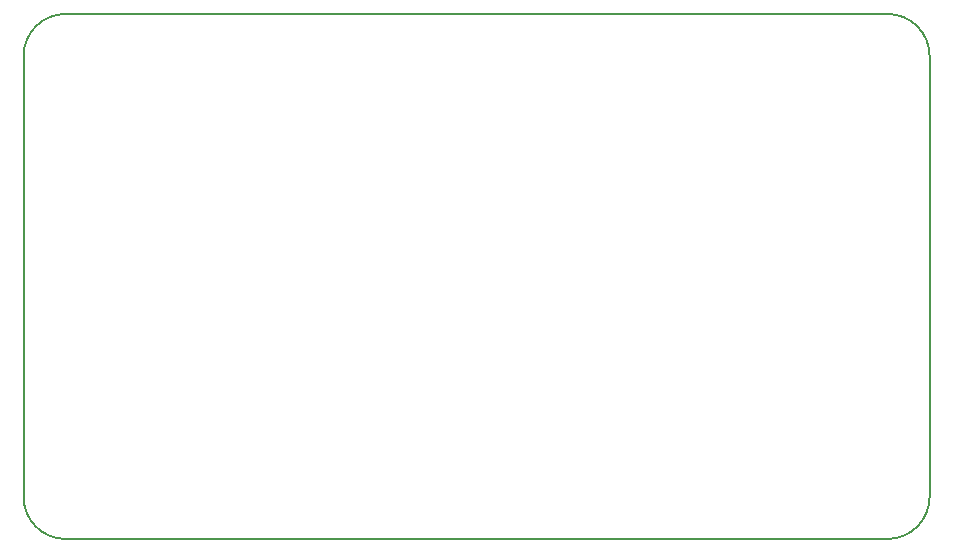
<source format=gm1>
G04 #@! TF.FileFunction,Profile,NP*
%FSLAX46Y46*%
G04 Gerber Fmt 4.6, Leading zero omitted, Abs format (unit mm)*
G04 Created by KiCad (PCBNEW 4.0.4-stable) date Monday 19 December 2016 21:20:12*
%MOMM*%
%LPD*%
G01*
G04 APERTURE LIST*
%ADD10C,0.100000*%
%ADD11C,0.150000*%
G04 APERTURE END LIST*
D10*
D11*
X198882000Y-151638000D02*
X129286000Y-151638000D01*
X129286000Y-107188000D02*
X198882000Y-107188000D01*
X125730000Y-110744000D02*
X125730000Y-148082000D01*
X202438000Y-110744000D02*
X202438000Y-148082000D01*
X202438000Y-110744000D02*
G75*
G03X198882000Y-107188000I-3556000J0D01*
G01*
X198882000Y-151638000D02*
G75*
G03X202438000Y-148082000I0J3556000D01*
G01*
X125730000Y-148082000D02*
G75*
G03X129286000Y-151638000I3556000J0D01*
G01*
X125730000Y-110744000D02*
G75*
G02X129286000Y-107188000I3556000J0D01*
G01*
M02*

</source>
